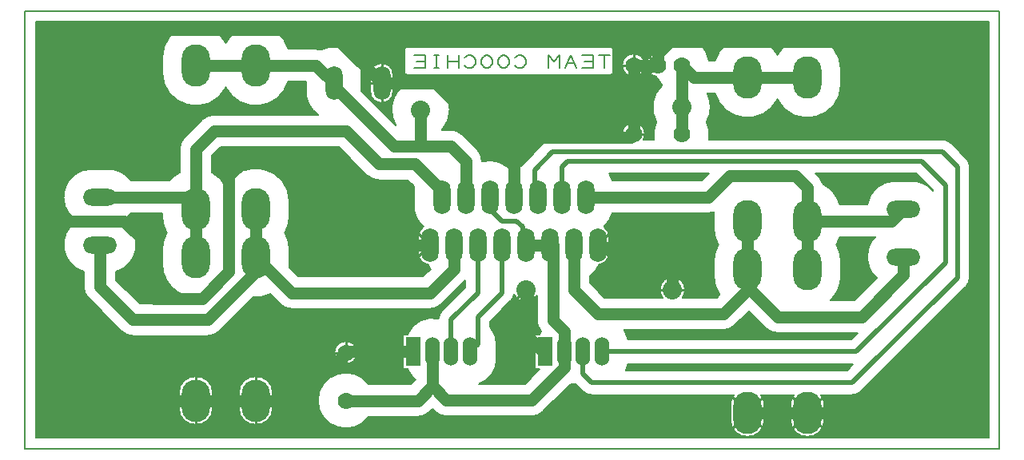
<source format=gbr>
G04 DesignSpark PCB Gerber Version 10.0 Build 5299*
G04 #@! TF.Part,Single*
G04 #@! TF.FileFunction,Copper,L2,Bot*
G04 #@! TF.FilePolarity,Positive*
%FSLAX35Y35*%
%MOIN*%
G04 #@! TA.AperFunction,ComponentPad*
%ADD17O,0.06000X0.12000*%
%ADD70O,0.07050X0.14101*%
%ADD15O,0.07087X0.14173*%
%ADD18O,0.11811X0.17701*%
%ADD16R,0.06000X0.12000*%
G04 #@! TD.AperFunction*
%ADD10C,0.00500*%
%ADD20C,0.00700*%
%ADD11C,0.01000*%
%ADD14C,0.01969*%
%ADD12C,0.05118*%
G04 #@! TA.AperFunction,ComponentPad*
%ADD19C,0.07000*%
G04 #@! TA.AperFunction,ViaPad*
%ADD13C,0.08000*%
G04 #@! TA.AperFunction,ComponentPad*
%ADD71O,0.14101X0.07050*%
G04 #@! TD.AperFunction*
X0Y0D02*
D02*
D10*
X6500Y10344D02*
X412750D01*
Y192844D01*
X6500D01*
Y10344D01*
X10937Y188407D02*
Y14781D01*
X408313D01*
Y188407D01*
X10937D01*
X398907Y131501D02*
G75*
G02*
X400421Y127844I-3657J-3657D01*
G01*
Y81594D01*
G75*
G02*
X398907Y77938I-5171J0D01*
G01*
X355157Y34188D01*
G75*
G02*
X351496Y32673I-3657J3657D01*
G01*
X338406D01*
G75*
G02*
X339906Y28289I-5656J-4384D01*
G01*
Y22400D01*
G75*
G02*
X325594I-7156J0D01*
G01*
Y28289D01*
G75*
G02*
X327094Y32673I7156J0D01*
G01*
X313406D01*
G75*
G02*
X314906Y28289I-5656J-4384D01*
G01*
Y22400D01*
G75*
G02*
X300594I-7156J0D01*
G01*
Y28289D01*
G75*
G02*
X302094Y32673I7156J0D01*
G01*
X242754D01*
G75*
G02*
X239093Y34188I-4J5172D01*
G01*
X236281Y37000D01*
G75*
G02*
X235250Y37334I2909J10738D01*
G01*
G75*
G02*
X233613Y36855I-3937J10406D01*
G01*
X222524Y25765D01*
G75*
G02*
X217750Y23785I-4774J4766D01*
G01*
X182189D01*
G75*
G02*
X177415Y25765I0J6746D01*
G01*
X176313Y26867D01*
X175024Y25578D01*
G75*
G02*
X170250Y23598I-4774J4766D01*
G01*
X149716D01*
G75*
G02*
X128626Y30344I-9466J6746D01*
G01*
G75*
G02*
X149716Y37091I11624J0D01*
G01*
X167456D01*
X169393Y39028D01*
G75*
G02*
X166033Y43488I6920J8710D01*
G01*
X164189D01*
Y57988D01*
X166033D01*
G75*
G02*
X179022Y64528I10280J-4250D01*
G01*
G75*
G02*
X180530Y67938I5165J-246D01*
G01*
X190079Y77487D01*
Y80633D01*
G75*
G02*
X190020Y80574I-4815J4724D01*
G01*
X180020Y70574D01*
G75*
G02*
X175244Y68598I-4770J4770D01*
G01*
X117750D01*
G75*
G02*
X112976Y70578I0J6746D01*
G01*
X108809Y74746D01*
G75*
G02*
X101612Y73416I-6059J12654D01*
G01*
X87524Y59328D01*
G75*
G02*
X82750Y57348I-4774J4766D01*
G01*
X51500D01*
G75*
G02*
X46726Y59328I0J6746D01*
G01*
X32984Y73070D01*
G75*
G02*
X31004Y77844I4766J4774D01*
G01*
Y84150D01*
G75*
G02*
X28250Y105344I3222J11195D01*
G01*
G75*
G02*
X34226Y126994I5976J10000D01*
G01*
X41274D01*
G75*
G02*
X50771Y122091I0J-11650D01*
G01*
X66824D01*
G75*
G02*
X71004Y125591I10926J-8802D01*
G01*
Y135344D01*
G75*
G02*
X72984Y140119I6746J0D01*
G01*
X80476Y147611D01*
G75*
G02*
X85250Y149591I4774J-4766D01*
G01*
X128844D01*
G75*
G02*
X123600Y159321I6406J9730D01*
G01*
Y163598D01*
X116255D01*
G75*
G02*
X90250Y161030I-13505J3801D01*
G01*
G75*
G02*
X63720Y167400I-12500J6370D01*
G01*
Y173289D01*
G75*
G02*
X90250Y179659I14030J0D01*
G01*
G75*
G02*
X116255Y177091I12500J-6370D01*
G01*
X127750D01*
G75*
G02*
X129926Y176730I0J-6746D01*
G01*
G75*
G02*
X146900Y166368I5324J-10362D01*
G01*
Y159485D01*
X161224Y145161D01*
G75*
G02*
X159376Y151594I10277J6433D01*
G01*
G75*
G02*
X183624I12124J0D01*
G01*
G75*
G02*
X180381Y143341I-12124J0D01*
G01*
X184000D01*
G75*
G02*
X188774Y141361I0J-6746D01*
G01*
X195016Y135119D01*
G75*
G02*
X196996Y130344I-4766J-4774D01*
G01*
Y130092D01*
G75*
G02*
X210250Y124898I3254J-11204D01*
G01*
G75*
G02*
X214419Y128993I10000J-6011D01*
G01*
G75*
G02*
X215343Y130251I4582J-2399D01*
G01*
X222843Y137751D01*
G75*
G02*
X226504Y139266I3657J-3657D01*
G01*
X256110D01*
G75*
G02*
X255500Y141594I4140J2328D01*
G01*
G75*
G02*
X265000I4750J0D01*
G01*
G75*
G02*
X264390Y139266I-4750J0D01*
G01*
X268862D01*
G75*
G02*
X269803Y146692I11389J2329D01*
G01*
G75*
G02*
X272226Y161934I10447J6153D01*
G01*
G75*
G02*
X269622Y165636I8024J8411D01*
G01*
G75*
G02*
Y175053I628J4708D01*
G01*
G75*
G02*
X291742Y172091I10628J-4708D01*
G01*
X294245D01*
G75*
G02*
X320250Y174659I13505J-3801D01*
G01*
G75*
G02*
X346780Y168289I12500J-6370D01*
G01*
Y162400D01*
G75*
G02*
X320250Y156030I-14030J0D01*
G01*
G75*
G02*
X294245Y158598I-12500J6370D01*
G01*
X290922D01*
G75*
G02*
X290697Y146692I-10672J-5754D01*
G01*
G75*
G02*
X291638Y139266I-10448J-5097D01*
G01*
X388996D01*
G75*
G02*
X392657Y137751I4J-5171D01*
G01*
X398907Y131501D01*
X135500Y50344D02*
G75*
G02*
X145000I4750J0D01*
G01*
G75*
G02*
X135500I-4750J0D01*
G01*
X95594Y33289D02*
G75*
G02*
X109906I7156J0D01*
G01*
Y27400D01*
G75*
G02*
X95594I-7156J0D01*
G01*
Y33289D01*
X70594D02*
G75*
G02*
X84906I7156J0D01*
G01*
Y27400D01*
G75*
G02*
X70594I-7156J0D01*
G01*
Y33289D01*
X150474Y166368D02*
G75*
G02*
X160026I4776J0D01*
G01*
Y159321D01*
G75*
G02*
X150474I-4776J0D01*
G01*
Y166368D01*
X250600Y177844D02*
G75*
G02*
X251850Y176594I0J-1250D01*
G01*
Y167494D01*
G75*
G02*
X250600Y166244I-1250J0D01*
G01*
X165900D01*
G75*
G02*
X164650Y167494I0J1250D01*
G01*
Y176594D01*
G75*
G02*
X165900Y177844I1250J0D01*
G01*
X250600D01*
X255500Y170344D02*
G75*
G02*
X265000I4750J0D01*
G01*
G75*
G02*
X255500I-4750J0D01*
G01*
X11187Y30344D02*
G36*
X11187Y30344D02*
Y15031D01*
X408063D01*
Y30344D01*
X339604D01*
G75*
G02*
X339906Y28289I-6855J-2056D01*
G01*
Y22400D01*
G75*
G02*
X325594I-7156J0D01*
G01*
Y28289D01*
G75*
G02*
X325896Y30344I7158J-1D01*
G01*
X314604D01*
G75*
G02*
X314906Y28289I-6855J-2056D01*
G01*
Y22400D01*
G75*
G02*
X300594I-7156J0D01*
G01*
Y28289D01*
G75*
G02*
X300896Y30344I7158J-1D01*
G01*
X227104D01*
X222524Y25765D01*
G75*
G02*
X217750Y23785I-4774J4767D01*
G01*
X182189D01*
G75*
G02*
X177415Y25765I0J6746D01*
G01*
X176313Y26867D01*
X175024Y25578D01*
G75*
G02*
X170250Y23598I-4774J4767D01*
G01*
X149716D01*
G75*
G02*
X128626Y30344I-9466J6746D01*
G01*
Y30344D01*
X109906D01*
Y27400D01*
G75*
G02*
X95594I-7156J0D01*
G01*
Y30344D01*
X84906D01*
Y27400D01*
G75*
G02*
X70594I-7156J0D01*
G01*
Y30344D01*
X11187D01*
G37*
Y50344D02*
G36*
X11187Y50344D02*
Y30344D01*
X70594D01*
Y33289D01*
G75*
G02*
X84906I7156J0D01*
G01*
Y30344D01*
X95594D01*
Y33289D01*
G75*
G02*
X109906I7156J0D01*
G01*
Y30344D01*
X128626D01*
G75*
G02*
X149716Y37091I11624J0D01*
G01*
X167456D01*
X169393Y39028D01*
G75*
G02*
X166033Y43488I6919J8710D01*
G01*
X164189D01*
Y50344D01*
X145000D01*
G75*
G02*
X135500I-4750J0D01*
G01*
X11187D01*
G37*
X233613Y36855D02*
G36*
X233613Y36855D02*
X227104Y30344D01*
X300896D01*
G75*
G02*
X302094Y32673I6857J-2056D01*
G01*
X242754D01*
G75*
G02*
X239093Y34188I-4J5172D01*
G01*
X236281Y37000D01*
G75*
G02*
X235250Y37334I2909J10738D01*
G01*
G75*
G02*
X233613Y36855I-3928J10373D01*
G01*
G37*
X313406Y32673D02*
G36*
X313406Y32673D02*
G75*
G02*
X314604Y30344I-5656J-4383D01*
G01*
X325896D01*
G75*
G02*
X327094Y32673I6857J-2056D01*
G01*
X313406D01*
G37*
X338406D02*
G36*
X338406Y32673D02*
G75*
G02*
X339604Y30344I-5656J-4383D01*
G01*
X408063D01*
Y50344D01*
X371313D01*
X355157Y34188D01*
G75*
G02*
X351496Y32673I-3657J3657D01*
G01*
X338406D01*
G37*
X11187Y101281D02*
G36*
X11187Y101281D02*
Y50344D01*
X135500D01*
G75*
G02*
X145000I4750J0D01*
G01*
X164189D01*
Y57988D01*
X166033D01*
G75*
G02*
X179022Y64528I10281J-4250D01*
G01*
G75*
G02*
X180530Y67938I5166J-246D01*
G01*
X190079Y77487D01*
Y80633D01*
G75*
G02*
X190020Y80574I-4429J4341D01*
G01*
X180020Y70574D01*
G75*
G02*
X175244Y68598I-4769J4768D01*
G01*
X117750D01*
G75*
G02*
X112976Y70578I0J6746D01*
G01*
X108809Y74746D01*
G75*
G02*
X101612Y73416I-6059J12657D01*
G01*
X87524Y59328D01*
G75*
G02*
X82750Y57348I-4774J4767D01*
G01*
X51500D01*
G75*
G02*
X46726Y59328I0J6746D01*
G01*
X32984Y73070D01*
G75*
G02*
X31004Y77844I4767J4774D01*
G01*
Y84150D01*
G75*
G02*
X22577Y95344I3222J11195D01*
G01*
G75*
G02*
X24203Y101281I11650J0D01*
G01*
X11187D01*
G37*
X398907Y77938D02*
G36*
X398907Y77938D02*
X371313Y50344D01*
X408063D01*
Y101281D01*
X400421D01*
Y81594D01*
G75*
G02*
X398907Y77938I-5172J0D01*
G01*
G37*
X11187Y162844D02*
G36*
X11187Y162844D02*
Y101281D01*
X24203D01*
G75*
G02*
X28250Y105344I10024J-5937D01*
G01*
G75*
G02*
X22577Y115344I5976J10000D01*
G01*
G75*
G02*
X34226Y126994I11650J0D01*
G01*
X41274D01*
G75*
G02*
X50771Y122091I1J-11648D01*
G01*
X66824D01*
G75*
G02*
X71004Y125591I10931J-8808D01*
G01*
Y135344D01*
G75*
G02*
X72984Y140119I6746J0D01*
G01*
X80476Y147611D01*
G75*
G02*
X85250Y149591I4774J-4767D01*
G01*
X128844D01*
G75*
G02*
X123600Y159321I6406J9730D01*
G01*
Y162844D01*
X116019D01*
G75*
G02*
X90250Y161030I-13269J4556D01*
G01*
G75*
G02*
X64481Y162844I-12500J6370D01*
G01*
X11187D01*
G37*
X146900D02*
G36*
X146900Y162844D02*
Y159485D01*
X161224Y145161D01*
G75*
G02*
X159376Y151594I10281J6435D01*
G01*
G75*
G02*
X166980Y162844I12124J0D01*
G01*
X160026D01*
Y159321D01*
G75*
G02*
X150474I-4776J0D01*
G01*
Y162844D01*
X146900D01*
G37*
X176020D02*
G36*
X176020Y162844D02*
G75*
G02*
X183624Y151594I-4520J-11250D01*
G01*
Y151594D01*
G75*
G02*
X180381Y143341I-12124J0D01*
G01*
X184000D01*
G75*
G02*
X188774Y141361I0J-6746D01*
G01*
X195016Y135119D01*
G75*
G02*
X196996Y130344I-4767J-4774D01*
G01*
Y130092D01*
G75*
G02*
X210250Y124898I3254J-11204D01*
G01*
G75*
G02*
X214419Y128993I10002J-6013D01*
G01*
G75*
G02*
X215343Y130251I4581J-2398D01*
G01*
X222843Y137751D01*
G75*
G02*
X226504Y139266I3657J-3657D01*
G01*
X256110D01*
G75*
G02*
X255500Y141594I4146J2330D01*
G01*
G75*
G02*
X265000I4750J0D01*
G01*
G75*
G02*
X264390Y139266I-4756J1D01*
G01*
X268862D01*
G75*
G02*
X268626Y141594I11392J2328D01*
G01*
G75*
G02*
X269803Y146692I11627J0D01*
G01*
G75*
G02*
X268126Y152844I10448J6153D01*
G01*
G75*
G02*
X272226Y161934I12125J0D01*
G01*
G75*
G02*
X271369Y162844I8021J8408D01*
G01*
X176020D01*
G37*
X291874Y141594D02*
G36*
X291874Y141594D02*
G75*
G02*
X291638Y139266I-11627J-1D01*
G01*
X388996D01*
G75*
G02*
X392657Y137751I3J-5172D01*
G01*
X398907Y131501D01*
G75*
G02*
X400421Y127844I-3657J-3657D01*
G01*
Y101281D01*
X408063D01*
Y162844D01*
X346780D01*
Y162400D01*
G75*
G02*
X320250Y156030I-14030J0D01*
G01*
G75*
G02*
X294245Y158598I-12500J6370D01*
G01*
X290922D01*
G75*
G02*
X292374Y152844I-10670J-5754D01*
G01*
G75*
G02*
X290697Y146692I-12123J0D01*
G01*
G75*
G02*
X291874Y141594I-10450J-5097D01*
G01*
G37*
X11187Y172044D02*
G36*
X11187Y172044D02*
Y162844D01*
X64481D01*
G75*
G02*
X63720Y167400I13270J4556D01*
G01*
Y172044D01*
X11187D01*
G37*
X116255Y163598D02*
G36*
X116255Y163598D02*
G75*
G02*
X116019Y162844I-13509J3805D01*
G01*
X123600D01*
Y163598D01*
X116255D01*
G37*
X146900Y166368D02*
G36*
X146900Y166368D02*
Y162844D01*
X150474D01*
Y166368D01*
G75*
G02*
X160026I4776J0D01*
G01*
Y162844D01*
X166980D01*
G75*
G02*
X176020I4520J-11250D01*
G01*
X271369D01*
G75*
G02*
X269622Y165636I8878J7499D01*
G01*
G75*
G02*
X265500Y170344I628J4708D01*
G01*
G75*
G02*
X265815Y172044I4750J0D01*
G01*
X264685D01*
G75*
G02*
X265000Y170344I-4436J-1700D01*
G01*
G75*
G02*
X255500I-4750J0D01*
G01*
G75*
G02*
X255815Y172044I4750J0D01*
G01*
X251850D01*
Y167494D01*
G75*
G02*
X250600Y166244I-1250J0D01*
G01*
X165900D01*
G75*
G02*
X164650Y167494I0J1250D01*
G01*
Y172044D01*
X145423D01*
G75*
G02*
X146900Y166368I-10174J-5676D01*
G01*
G37*
X346780Y168289D02*
G36*
X346780Y168289D02*
Y162844D01*
X408063D01*
Y172044D01*
X346268D01*
G75*
G02*
X346780Y168289I-13518J-3755D01*
G01*
G37*
X11187Y188157D02*
G36*
X11187Y188157D02*
Y172044D01*
X63720D01*
Y173289D01*
G75*
G02*
X90250Y179659I14030J0D01*
G01*
G75*
G02*
X116255Y177091I12500J-6370D01*
G01*
X127750D01*
G75*
G02*
X129926Y176730I-2J-6759D01*
G01*
G75*
G02*
X145423Y172044I5324J-10362D01*
G01*
X164650D01*
Y176594D01*
G75*
G02*
X165900Y177844I1250J0D01*
G01*
X250600D01*
G75*
G02*
X251850Y176594I0J-1250D01*
G01*
Y172044D01*
X255815D01*
G75*
G02*
X264685I4435J-1700D01*
G01*
X265815D01*
G75*
G02*
X269622Y175053I4435J-1700D01*
G01*
G75*
G02*
X291742Y172091I10628J-4708D01*
G01*
X294245D01*
G75*
G02*
X320250Y174659I13505J-3802D01*
G01*
G75*
G02*
X346268Y172044I12500J-6370D01*
G01*
X408063D01*
Y188157D01*
X11187D01*
G37*
X44496Y84150D02*
Y80639D01*
X54294Y70841D01*
X79956D01*
X83910Y74794D01*
G75*
G02*
X63720Y87400I-6160J12605D01*
G01*
Y93289D01*
G75*
G02*
X65624Y100344I14030J0D01*
G01*
G75*
G02*
X63720Y107400I12127J7056D01*
G01*
Y108598D01*
X50771D01*
G75*
G02*
X47250Y105344I-9498J6746D01*
G01*
G75*
G02*
X44496Y84150I-5976J-10000D01*
G01*
G36*
X44496Y84150D02*
Y80639D01*
X54294Y70841D01*
X79956D01*
X83910Y74794D01*
G75*
G02*
X63720Y87400I-6160J12605D01*
G01*
Y93289D01*
G75*
G02*
X65624Y100344I14030J0D01*
G01*
G75*
G02*
X63720Y107400I12127J7056D01*
G01*
Y108598D01*
X50771D01*
G75*
G02*
X47250Y105344I-9498J6746D01*
G01*
G75*
G02*
X44496Y84150I-5976J-10000D01*
G01*
G37*
X84496Y132550D02*
Y125591D01*
G75*
G02*
X90250Y119659I-6746J-12301D01*
G01*
G75*
G02*
X116780Y113289I12500J-6370D01*
G01*
Y107400D01*
G75*
G02*
X114876Y100344I-14030J0D01*
G01*
G75*
G02*
X116780Y93289I-12127J-7056D01*
G01*
Y87400D01*
G75*
G02*
X116703Y85932I-14030J-2D01*
G01*
X120544Y82091D01*
X172456D01*
X175604Y85238D01*
G75*
G02*
X174593Y87053I9648J6563D01*
G01*
G75*
G02*
X170457Y91801I657J4748D01*
G01*
Y98888D01*
G75*
G02*
X172673Y102929I4793J0D01*
G01*
G75*
G02*
X168583Y111801I7578J8872D01*
G01*
Y118888D01*
G75*
G02*
X168629Y119925I11668J2D01*
G01*
X166206Y122348D01*
X154000D01*
G75*
G02*
X149226Y124328I0J6746D01*
G01*
X137456Y136098D01*
X88044D01*
X84496Y132550D01*
G36*
X84496Y132550D02*
Y125591D01*
G75*
G02*
X90250Y119659I-6746J-12301D01*
G01*
G75*
G02*
X116780Y113289I12500J-6370D01*
G01*
Y107400D01*
G75*
G02*
X114876Y100344I-14030J0D01*
G01*
G75*
G02*
X116780Y93289I-12127J-7056D01*
G01*
Y87400D01*
G75*
G02*
X116703Y85932I-14030J-2D01*
G01*
X120544Y82091D01*
X172456D01*
X175604Y85238D01*
G75*
G02*
X174593Y87053I9648J6563D01*
G01*
G75*
G02*
X170457Y91801I657J4748D01*
G01*
Y98888D01*
G75*
G02*
X172673Y102929I4793J0D01*
G01*
G75*
G02*
X168583Y111801I7578J8872D01*
G01*
Y118888D01*
G75*
G02*
X168629Y119925I11668J2D01*
G01*
X166206Y122348D01*
X154000D01*
G75*
G02*
X149226Y124328I0J6746D01*
G01*
X137456Y136098D01*
X88044D01*
X84496Y132550D01*
G37*
X200421Y63202D02*
Y61076D01*
G75*
G02*
X203185Y53738I-8360J-7338D01*
G01*
Y47738D01*
G75*
G02*
X195845Y37278I-11124J0D01*
G01*
X214956D01*
X221072Y43394D01*
G75*
G02*
X221033Y43488I10249J4387D01*
G01*
X219189D01*
Y57988D01*
X221033D01*
G75*
G02*
X221710Y59353I10280J-4252D01*
G01*
G75*
G02*
X219941Y63907I4977J4554D01*
G01*
G75*
G02*
Y63909I2439J1D01*
G01*
G75*
G02*
Y63914I2506J2D01*
G01*
Y74237D01*
G75*
G02*
X210374Y74648I-4691J2357D01*
G01*
G75*
G02*
X208907Y71688I-5124J696D01*
G01*
X200421Y63202D01*
G36*
X200421Y63202D02*
Y61076D01*
G75*
G02*
X203185Y53738I-8360J-7338D01*
G01*
Y47738D01*
G75*
G02*
X195845Y37278I-11124J0D01*
G01*
X214956D01*
X221072Y43394D01*
G75*
G02*
X221033Y43488I10249J4387D01*
G01*
X219189D01*
Y57988D01*
X221033D01*
G75*
G02*
X221710Y59353I10280J-4252D01*
G01*
G75*
G02*
X219941Y63907I4977J4554D01*
G01*
G75*
G02*
Y63909I2439J1D01*
G01*
G75*
G02*
Y63914I2506J2D01*
G01*
Y74237D01*
G75*
G02*
X210374Y74648I-4691J2357D01*
G01*
G75*
G02*
X208907Y71688I-5124J696D01*
G01*
X200421Y63202D01*
G37*
X241996Y82282D02*
Y79389D01*
X248044Y73341D01*
X272380D01*
G75*
G02*
X271250Y76594I4120J3254D01*
G01*
G75*
G02*
X281750I5250J0D01*
G01*
G75*
G02*
X280620Y73341I-5250J0D01*
G01*
X294956D01*
X296139Y74524D01*
G75*
G02*
X293720Y82400I11611J7875D01*
G01*
Y88289D01*
G75*
G02*
X295624Y95344I14030J0D01*
G01*
G75*
G02*
X293720Y102400I12127J7056D01*
G01*
Y108289D01*
G75*
G02*
X293737Y108980I14034J2D01*
G01*
G75*
G02*
X291500Y108598I-2237J6364D01*
G01*
X251469D01*
G75*
G02*
X247827Y102929I-11220J3203D01*
G01*
G75*
G02*
X250043Y98888I-2577J-4042D01*
G01*
Y91801D01*
G75*
G02*
X245907Y87053I-4793J0D01*
G01*
G75*
G02*
X241996Y82282I-10657J4748D01*
G01*
G36*
X241996Y82282D02*
Y79389D01*
X248044Y73341D01*
X272380D01*
G75*
G02*
X271250Y76594I4120J3254D01*
G01*
G75*
G02*
X281750I5250J0D01*
G01*
G75*
G02*
X280620Y73341I-5250J0D01*
G01*
X294956D01*
X296139Y74524D01*
G75*
G02*
X293720Y82400I11611J7875D01*
G01*
Y88289D01*
G75*
G02*
X295624Y95344I14030J0D01*
G01*
G75*
G02*
X293720Y102400I12127J7056D01*
G01*
Y108289D01*
G75*
G02*
X293737Y108980I14034J2D01*
G01*
G75*
G02*
X291500Y108598I-2237J6364D01*
G01*
X251469D01*
G75*
G02*
X247827Y102929I-11220J3203D01*
G01*
G75*
G02*
X250043Y98888I-2577J-4042D01*
G01*
Y91801D01*
G75*
G02*
X245907Y87053I-4793J0D01*
G01*
G75*
G02*
X241996Y82282I-10657J4748D01*
G01*
G37*
X257971Y45567D02*
G75*
G02*
X257133Y43016I-10910J2171D01*
G01*
X349358D01*
X351909Y45567D01*
X257971D01*
G36*
X257971Y45567D02*
G75*
G02*
X257133Y43016I-10910J2171D01*
G01*
X349358D01*
X351909Y45567D01*
X257971D01*
G37*
X291788Y125173D02*
X250080D01*
G75*
G02*
X251469Y122091I-9830J-6286D01*
G01*
X288706D01*
X291788Y125173D01*
G36*
X291788Y125173D02*
X250080D01*
G75*
G02*
X251469Y122091I-9830J-6286D01*
G01*
X288706D01*
X291788Y125173D01*
G37*
X297744Y59848D02*
X256357D01*
G75*
G02*
X257971Y55909I-9296J-6111D01*
G01*
X351002D01*
X353691Y58598D01*
X320250D01*
G75*
G02*
X315476Y60578I0J6746D01*
G01*
X308375Y67679D01*
X302520Y61824D01*
G75*
G02*
X297744Y59848I-4770J4770D01*
G01*
G36*
X297744Y59848D02*
X256357D01*
G75*
G02*
X257971Y55909I-9296J-6111D01*
G01*
X351002D01*
X353691Y58598D01*
X320250D01*
G75*
G02*
X315476Y60578I0J6746D01*
G01*
X308375Y67679D01*
X302520Y61824D01*
G75*
G02*
X297744Y59848I-4770J4770D01*
G01*
G37*
X346780Y82400D02*
G75*
G02*
X342266Y72091I-14030J0D01*
G01*
X352456D01*
X361764Y81399D01*
G75*
G02*
X361006Y98598I7463J8946D01*
G01*
X346255D01*
G75*
G02*
X344876Y95344I-13505J3802D01*
G01*
G75*
G02*
X346780Y88289I-12127J-7056D01*
G01*
Y82400D01*
G36*
X346780Y82400D02*
G75*
G02*
X342266Y72091I-14030J0D01*
G01*
X352456D01*
X361764Y81399D01*
G75*
G02*
X361006Y98598I7463J8946D01*
G01*
X346255D01*
G75*
G02*
X344876Y95344I-13505J3802D01*
G01*
G75*
G02*
X346780Y88289I-12127J-7056D01*
G01*
Y82400D01*
G37*
X378108Y125173D02*
X336212D01*
X337520Y123865D01*
G75*
G02*
X339304Y120694I-4770J-4770D01*
G01*
G75*
G02*
X346255Y112091I-6554J-12405D01*
G01*
X357708D01*
G75*
G02*
X369226Y121994I11518J-1746D01*
G01*
X376274D01*
G75*
G02*
X385079Y117972I0J-11650D01*
G01*
Y118202D01*
X378108Y125173D01*
G36*
X378108Y125173D02*
X336212D01*
X337520Y123865D01*
G75*
G02*
X339304Y120694I-4770J-4770D01*
G01*
G75*
G02*
X346255Y112091I-6554J-12405D01*
G01*
X357708D01*
G75*
G02*
X369226Y121994I11518J-1746D01*
G01*
X376274D01*
G75*
G02*
X385079Y117972I0J-11650D01*
G01*
Y118202D01*
X378108Y125173D01*
G37*
D02*
D11*
X72344Y30344D02*
X70344D01*
X77750Y21994D02*
Y19994D01*
Y38695D02*
Y40695D01*
X83156Y30344D02*
X85156D01*
X97344D02*
X95344D01*
X102750Y21994D02*
Y19994D01*
Y38695D02*
Y40695D01*
X108156Y30344D02*
X110156D01*
X137250Y50344D02*
X135250D01*
X140250Y47344D02*
Y45344D01*
Y53344D02*
Y55344D01*
X143250Y50344D02*
X145250D01*
X152225Y162844D02*
X150226D01*
X155250Y156294D02*
Y154297D01*
Y169395D02*
Y171392D01*
X158275Y162844D02*
X160274D01*
X172060Y92155D02*
X170383Y90478D01*
X172060Y98534D02*
X170383Y100211D01*
X212775Y74120D02*
X211361Y72706D01*
X217725Y74120D02*
X219139Y72706D01*
X248440Y92155D02*
X250117Y90478D01*
X248440Y98534D02*
X250117Y100211D01*
X257250Y141594D02*
X255250D01*
X257250Y170344D02*
X255250D01*
X260250Y144594D02*
Y146594D01*
Y167344D02*
Y165344D01*
Y173344D02*
Y175344D01*
X263250Y141594D02*
X265250D01*
X263250Y170344D02*
X265250D01*
X268129Y168223D02*
X266715Y166809D01*
X268129Y172466D02*
X266715Y173880D01*
X273000Y76594D02*
X271000D01*
X276500Y80094D02*
Y82094D01*
X280000Y76594D02*
X282000D01*
X302724Y20318D02*
X301252Y18847D01*
X302724Y30371D02*
X301252Y31842D01*
X312776Y20318D02*
X314248Y18847D01*
X312776Y30371D02*
X314248Y31842D01*
X327724Y20318D02*
X326252Y18847D01*
X327724Y30371D02*
X326252Y31842D01*
X337776Y20318D02*
X339248Y18847D01*
X337776Y30371D02*
X339248Y31842D01*
D02*
D12*
X19000Y105344D02*
Y76594D01*
X65250Y30344D01*
X77750D01*
X37750Y95344D02*
Y77844D01*
X51500Y64094D01*
X82750D01*
X102750Y84094D01*
Y90344D01*
X37750Y115344D02*
X72750D01*
X77750Y110344D01*
Y30344D02*
X102750D01*
X77750Y90344D02*
Y110344D01*
Y170344D02*
X102750D01*
Y30344D02*
X120250D01*
X140250Y50344D01*
X102750Y90344D02*
Y110344D01*
Y170344D02*
X127750D01*
X135250Y162844D01*
Y161594D01*
X160250Y136594D01*
X171500D01*
X155250Y162844D02*
X132750Y185344D01*
X34000D01*
X19000Y170344D01*
Y105344D01*
X155250Y162844D02*
X177750D01*
X210250Y130344D01*
Y115344D01*
X168439Y50738D02*
X140644D01*
X140250Y50344D01*
X171500Y136594D02*
X184000D01*
X190250Y130344D01*
Y115344D01*
X171500Y151594D02*
Y136594D01*
X175250Y95344D02*
X167750D01*
X131500Y131594D01*
X99000D01*
X91500Y124094D01*
Y84094D01*
X80250Y72844D01*
X60250D01*
X55250Y77844D01*
Y97844D01*
X47750Y105344D01*
X19000D01*
X176313Y36407D02*
X170250Y30344D01*
X140250D01*
X176313Y50738D02*
Y36407D01*
X180250Y115344D02*
Y117844D01*
X169000Y129094D01*
X154000D01*
X140250Y142844D01*
X85250D01*
X77750Y135344D01*
Y110344D01*
X185250Y95344D02*
Y85344D01*
X175250Y75344D01*
X117750D01*
X102750Y90344D01*
X210250Y115344D02*
Y137844D01*
X212750Y140344D01*
X259000D01*
X260250Y141594D01*
X223439Y50738D02*
X222356D01*
X215250Y57844D01*
Y76594D01*
X225250Y95344D02*
X215250D01*
X231313Y50738D02*
Y44094D01*
X217750Y30531D01*
X182189D01*
X176313Y36407D01*
X231313Y50738D02*
X231500D01*
Y59094D01*
X226687Y63907D01*
Y95344D01*
X225250D01*
X235250D02*
Y76594D01*
X245250Y66594D01*
X297750D01*
X307750Y76594D01*
Y85344D01*
X240250Y115344D02*
X291500D01*
X300250Y124094D01*
X327750D01*
X332750Y119094D01*
Y105344D01*
X260250Y170344D02*
X270250D01*
X260250D02*
Y141594D01*
X276500Y76594D02*
Y82844D01*
X265250Y94094D01*
X246500D01*
X245250Y95344D01*
X280250Y152844D02*
X279000D01*
X280250Y170344D02*
Y141594D01*
X307750Y25344D02*
X332750D01*
X307750Y85344D02*
Y105344D01*
Y165344D02*
X285250D01*
X280250Y170344D01*
X332750Y25344D02*
X349000D01*
X404000Y80344D01*
Y170344D01*
X394000Y180344D01*
X275250D01*
X270250Y175344D01*
Y170344D01*
X332750Y105344D02*
Y85344D01*
Y105344D02*
X367750D01*
X372750Y110344D01*
X332750Y165344D02*
X307750D01*
X372750Y90344D02*
Y82844D01*
X355250Y65344D01*
X320250D01*
X307750Y77844D01*
Y85344D01*
D02*
D13*
X171500Y151594D03*
X215250Y76594D03*
X276500D03*
X280250Y152844D03*
D02*
D14*
X184187Y50738D02*
Y64281D01*
X195250Y75344D01*
Y95344D01*
X200250Y115344D02*
Y110344D01*
X205250Y105344D01*
X211500D01*
X214000Y102844D01*
Y96594D01*
X215250Y95344D01*
X200250Y115344D02*
Y110344D01*
X205250Y95344D02*
Y75344D01*
X195250Y65344D01*
Y53927D01*
X192061Y50738D01*
X239187D02*
Y41407D01*
X242750Y37844D01*
X351500D01*
X395250Y81594D01*
Y127844D01*
X389000Y134094D01*
X226500D01*
X219000Y126594D01*
Y116594D01*
X220250Y115344D01*
X247061Y50738D02*
X353144D01*
X390250Y87844D01*
Y120344D01*
X380250Y130344D01*
X232750D01*
X230250Y127844D01*
Y115344D01*
D02*
D15*
X175250Y95344D03*
X180250Y115344D03*
X185250Y95344D03*
X190250Y115344D03*
X195250Y95344D03*
X200250Y115344D03*
X205250Y95344D03*
X210250Y115344D03*
X215250Y95344D03*
X220250Y115344D03*
X225250Y95344D03*
X230250Y115344D03*
X235250Y95344D03*
X240250Y115344D03*
X245250Y95344D03*
D02*
D16*
X168439Y50738D03*
X223439D03*
D02*
D17*
X176313D03*
X184187D03*
X192061D03*
X231313D03*
X239187D03*
X247061D03*
D02*
D18*
X77750Y30344D03*
Y90344D03*
Y110344D03*
Y170344D03*
X102750Y30344D03*
Y90344D03*
Y110344D03*
Y170344D03*
X307750Y25344D03*
Y85344D03*
Y105344D03*
Y165344D03*
X332750Y25344D03*
Y85344D03*
Y105344D03*
Y165344D03*
D02*
D19*
X140250Y30344D03*
Y50344D03*
X260250Y141594D03*
Y170344D03*
X270250D03*
X280250Y141594D03*
Y170344D03*
D02*
D70*
X135250Y162844D03*
X155250D03*
D02*
D71*
X37750Y95344D03*
Y115344D03*
X372750Y90344D03*
Y110344D03*
D02*
D20*
X248063Y169157D02*
Y174407D01*
X250250D02*
X245875D01*
X243250Y169157D02*
Y174407D01*
X238875D01*
X239750Y171782D02*
X243250D01*
Y169157D02*
X238875D01*
X236250D02*
X234063Y174407D01*
X231875Y169157D01*
X235375Y171344D02*
X232750D01*
X229250Y169157D02*
Y174407D01*
X227063Y171782D01*
X224875Y174407D01*
Y169157D01*
X210875Y170032D02*
X211313Y169594D01*
X212187Y169157D01*
X213500D01*
X214375Y169594D01*
X214813Y170032D01*
X215250Y170907D01*
Y172657D01*
X214813Y173532D01*
X214375Y173970D01*
X213500Y174407D01*
X212187D01*
X211313Y173970D01*
X210875Y173532D01*
X208250Y170907D02*
Y172657D01*
X207813Y173532D01*
X207375Y173970D01*
X206500Y174407D01*
X205625D01*
X204750Y173970D01*
X204313Y173532D01*
X203875Y172657D01*
Y170907D01*
X204313Y170032D01*
X204750Y169594D01*
X205625Y169157D01*
X206500D01*
X207375Y169594D01*
X207813Y170032D01*
X208250Y170907D01*
X201250D02*
Y172657D01*
X200813Y173532D01*
X200375Y173970D01*
X199500Y174407D01*
X198625D01*
X197750Y173970D01*
X197313Y173532D01*
X196875Y172657D01*
Y170907D01*
X197313Y170032D01*
X197750Y169594D01*
X198625Y169157D01*
X199500D01*
X200375Y169594D01*
X200813Y170032D01*
X201250Y170907D01*
X189875Y170032D02*
X190313Y169594D01*
X191187Y169157D01*
X192500D01*
X193375Y169594D01*
X193813Y170032D01*
X194250Y170907D01*
Y172657D01*
X193813Y173532D01*
X193375Y173970D01*
X192500Y174407D01*
X191187D01*
X190313Y173970D01*
X189875Y173532D01*
X187250Y169157D02*
Y174407D01*
Y171782D02*
X182875D01*
Y169157D02*
Y174407D01*
X178937Y169157D02*
X177187D01*
X178063D02*
Y174407D01*
X178937D02*
X177187D01*
X173250Y169157D02*
Y174407D01*
X168875D01*
X169750Y171782D02*
X173250D01*
Y169157D02*
X168875D01*
X0Y0D02*
M02*

</source>
